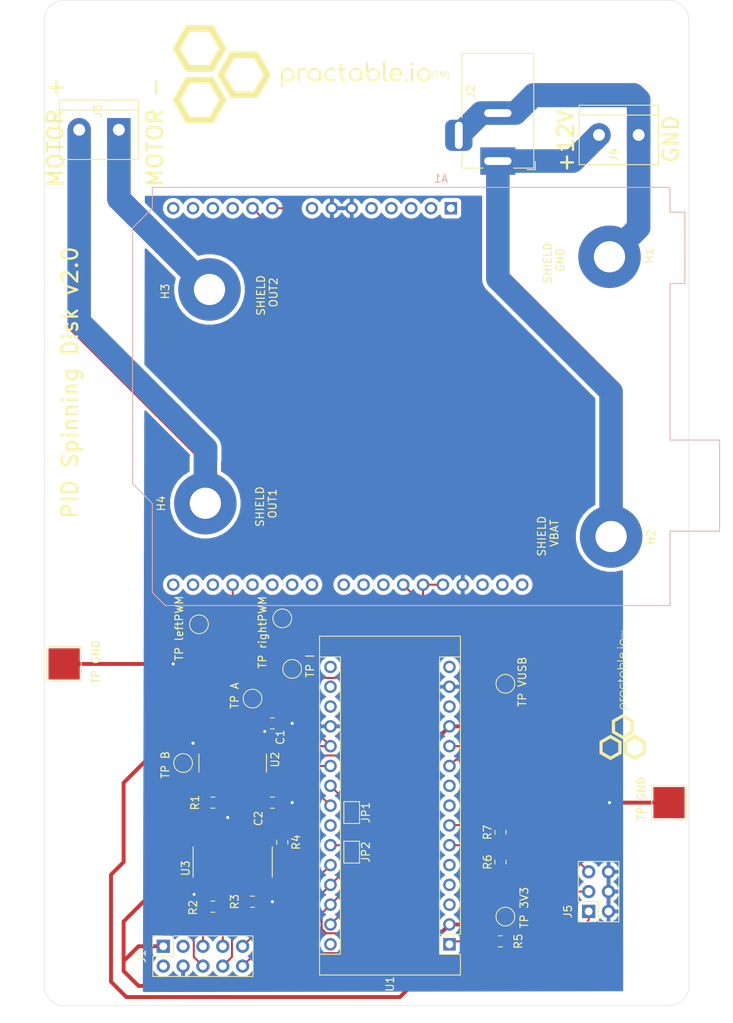
<source format=kicad_pcb>
(kicad_pcb (version 20171130) (host pcbnew "(5.1.12)-1")
  (layers (0 F.Cu signal) (31 B.Cu signal) (34 B.Paste user) (35 F.Paste user) (36 B.SilkS user) (37 F.SilkS user) (38 B.Mask user) (39 F.Mask user) (44 Edge.Cuts user))
  (net 0 "")
  (net 1 "Net-(A1-Pad1)")
  (net 2 "Net-(A1-Pad2)")
  (net 3 "Net-(A1-Pad3)")
  (net 4 "Net-(A1-Pad19)")
  (net 5 GND)
  (net 6 "Net-(A1-Pad5)")
  (net 7 "Net-(A1-Pad8)")
  (net 8 "Net-(A1-Pad32)")
  (net 9 "Net-(A1-Pad31)")
  (net 10 "Net-(A1-Pad17)")
  (net 11 leftPWM)
  (net 12 "Net-(A1-Pad4)")
  (net 13 "Net-(A1-Pad20)")
  (net 14 "Net-(A1-Pad21)")
  (net 15 "Net-(A1-Pad22)")
  (net 16 "Net-(A1-Pad23)")
  (net 17 "Net-(A1-Pad24)")
  (net 18 "Net-(A1-Pad25)")
  (net 19 rightPWM)
  (net 20 "Net-(A1-Pad11)")
  (net 21 ENABLE)
  (net 22 "Net-(A1-Pad12)")
  (net 23 "Net-(A1-Pad13)")
  (net 24 "Net-(A1-Pad14)")
  (net 25 "Net-(A1-Pad30)")
  (net 26 "Net-(A1-Pad15)")
  (net 27 "Net-(A1-Pad16)")
  (net 28 VUSB)
  (net 29 3V3)
  (net 30 "Net-(U1-Pad3)")
  (net 31 "Net-(U1-Pad4)")
  (net 32 "Net-(U1-Pad8)")
  (net 33 "Net-(U1-Pad9)")
  (net 34 "Net-(U1-Pad13)")
  (net 35 "Net-(U1-Pad15)")
  (net 36 "Net-(U1-Pad16)")
  (net 37 "Net-(U1-Pad17)")
  (net 38 ENCODER_A)
  (net 39 ENCODER_B)
  (net 40 "Net-(U1-Pad24)")
  (net 41 "Net-(U1-Pad30)")
  (net 42 ENCODER_NOT_A)
  (net 43 ENCODER_NOT_B)
  (net 44 ENCODER_NOT_INDEX)
  (net 45 ENCODER_INDEX)
  (net 46 "Net-(J5-Pad1)")
  (net 47 OE)
  (net 48 LED1)
  (net 49 LED2)
  (net 50 LED3)
  (net 51 PIN_A)
  (net 52 PIN_B)
  (net 53 PIN_INDEX)
  (net 54 "Net-(U2-Pad5)")
  (net 55 "Net-(U2-Pad10)")
  (net 56 B)
  (net 57 I)
  (net 58 A)
  (net 59 "Net-(U3-Pad13)")
  (net 60 "Net-(J1-Pad2)")
  (net 61 "Net-(J1-Pad3)")
  (net 62 "Net-(JP1-Pad1)")
  (net 63 "Net-(JP2-Pad1)")
  (net 64 CURRENT_1)
  (net 65 CURRENT_2)
  (net 66 "Net-(U1-Pad5)")
  (net 67 "Net-(H1-Pad1)")
  (net 68 "Net-(H2-Pad1)")
  (net 69 "Net-(H3-Pad1)")
  (net 70 "Net-(H4-Pad1)")
  (net 71 "Net-(J5-Pad3)")
  (net 72 "Net-(J5-Pad5)")
  (module practableLogo36x15:practableLogo36x15 (layer F.Cu) (at 139.446 37.6428)
    (fp_text reference G*** hide)
    (fp_text value LOGO hide)
  )
  (module practable-logo-larger:practable-logo-larger (layer F.Cu) (at 179.578 117.094 90)
    (fp_text reference G*** hide)
    (fp_text value LOGO hide)
  )
  (module MountingHole:MountingHole_3.2mm_M3 (layer F.Cu) (at 184.15 152.4)
    (fp_text reference REF** hide)
    (fp_text value MountingHole_3.2mm_M3)
    (pad 1 np_thru_hole circle (at 0 0) (size 3.2 3.2) (drill 3.2) (layers *.Cu *.Mask))
  )
  (module MountingHole:MountingHole_3.2mm_M3 (layer F.Cu) (at 109.22 153.035)
    (fp_text reference REF** hide)
    (fp_text value MountingHole_3.2mm_M3)
    (pad 1 np_thru_hole circle (at 0 0) (size 3.2 3.2) (drill 3.2) (layers *.Cu *.Mask))
  )
  (module MountingHole:MountingHole_3.2mm_M3 (layer F.Cu) (at 183.515 31.75)
    (fp_text reference REF** hide)
    (fp_text value MountingHole_3.2mm_M3)
    (pad 1 np_thru_hole circle (at 0 0) (size 3.2 3.2) (drill 3.2) (layers *.Cu *.Mask))
  )
  (module MountingHole:MountingHole_3.2mm_M3 (layer F.Cu) (at 109.855 31.75)
    (fp_text reference REF** hide)
    (fp_text value MountingHole_3.2mm_M3)
    (pad 1 np_thru_hole circle (at 0 0) (size 3.2 3.2) (drill 3.2) (layers *.Cu *.Mask))
  )
  (module Resistor_SMD:R_0805_2012Metric (layer F.Cu) (at 135.89 135.89 90)
    (fp_text reference R4 (at 0 1.778 90) (layer F.SilkS))
    (fp_text value 2k)
    (pad 1 smd roundrect (at -0.9375 0 90) (size 0.975 1.4) (layers F.Cu F.Paste F.Mask) (net 45 ENCODER_INDEX))
    (pad 2 smd roundrect (at 0.9375 0 90) (size 0.975 1.4) (layers F.Cu F.Paste F.Mask) (net 44 ENCODER_NOT_INDEX))
  )
  (module Module:Arduino_UNO_R3 (layer B.Cu) (at 157.48 54.61 180)
    (fp_text reference A1 (at 1.27 3.81) (layer B.SilkS) (effects (justify mirror)))
    (fp_text value Arduino_UNO_R3)
    (pad 32 thru_hole oval (at -9.14 -48.26 90) (size 1.6 1.6) (drill 1) (layers *.Cu *.Mask) (net 8 "Net-(A1-Pad32)"))
    (pad 31 thru_hole oval (at -6.6 -48.26 90) (size 1.6 1.6) (drill 1) (layers *.Cu *.Mask) (net 9 "Net-(A1-Pad31)"))
    (pad 1 thru_hole rect (at 0 0 90) (size 1.6 1.6) (drill 1) (layers *.Cu *.Mask) (net 1 "Net-(A1-Pad1)"))
    (pad 17 thru_hole oval (at 30.48 -48.26 90) (size 1.6 1.6) (drill 1) (layers *.Cu *.Mask) (net 10 "Net-(A1-Pad17)"))
    (pad 2 thru_hole oval (at 2.54 0 90) (size 1.6 1.6) (drill 1) (layers *.Cu *.Mask) (net 2 "Net-(A1-Pad2)"))
    (pad 18 thru_hole oval (at 27.94 -48.26 90) (size 1.6 1.6) (drill 1) (layers *.Cu *.Mask) (net 11 leftPWM))
    (pad 3 thru_hole oval (at 5.08 0 90) (size 1.6 1.6) (drill 1) (layers *.Cu *.Mask) (net 3 "Net-(A1-Pad3)"))
    (pad 19 thru_hole oval (at 25.4 -48.26 90) (size 1.6 1.6) (drill 1) (layers *.Cu *.Mask) (net 4 "Net-(A1-Pad19)"))
    (pad 4 thru_hole oval (at 7.62 0 90) (size 1.6 1.6) (drill 1) (layers *.Cu *.Mask) (net 12 "Net-(A1-Pad4)"))
    (pad 20 thru_hole oval (at 22.86 -48.26 90) (size 1.6 1.6) (drill 1) (layers *.Cu *.Mask) (net 13 "Net-(A1-Pad20)"))
    (pad 5 thru_hole oval (at 10.16 0 90) (size 1.6 1.6) (drill 1) (layers *.Cu *.Mask) (net 6 "Net-(A1-Pad5)"))
    (pad 21 thru_hole oval (at 20.32 -48.26 90) (size 1.6 1.6) (drill 1) (layers *.Cu *.Mask) (net 14 "Net-(A1-Pad21)"))
    (pad 6 thru_hole oval (at 12.7 0 90) (size 1.6 1.6) (drill 1) (layers *.Cu *.Mask) (net 5 GND))
    (pad 22 thru_hole oval (at 17.78 -48.26 90) (size 1.6 1.6) (drill 1) (layers *.Cu *.Mask) (net 15 "Net-(A1-Pad22)"))
    (pad 7 thru_hole oval (at 15.24 0 90) (size 1.6 1.6) (drill 1) (layers *.Cu *.Mask) (net 5 GND))
    (pad 23 thru_hole oval (at 13.72 -48.26 90) (size 1.6 1.6) (drill 1) (layers *.Cu *.Mask) (net 16 "Net-(A1-Pad23)"))
    (pad 8 thru_hole oval (at 17.78 0 90) (size 1.6 1.6) (drill 1) (layers *.Cu *.Mask) (net 7 "Net-(A1-Pad8)"))
    (pad 24 thru_hole oval (at 11.18 -48.26 90) (size 1.6 1.6) (drill 1) (layers *.Cu *.Mask) (net 17 "Net-(A1-Pad24)"))
    (pad 9 thru_hole oval (at 22.86 0 90) (size 1.6 1.6) (drill 1) (layers *.Cu *.Mask) (net 64 CURRENT_1))
    (pad 25 thru_hole oval (at 8.64 -48.26 90) (size 1.6 1.6) (drill 1) (layers *.Cu *.Mask) (net 18 "Net-(A1-Pad25)"))
    (pad 10 thru_hole oval (at 25.4 0 90) (size 1.6 1.6) (drill 1) (layers *.Cu *.Mask) (net 65 CURRENT_2))
    (pad 26 thru_hole oval (at 6.1 -48.26 90) (size 1.6 1.6) (drill 1) (layers *.Cu *.Mask) (net 19 rightPWM))
    (pad 11 thru_hole oval (at 27.94 0 90) (size 1.6 1.6) (drill 1) (layers *.Cu *.Mask) (net 20 "Net-(A1-Pad11)"))
    (pad 27 thru_hole oval (at 3.56 -48.26 90) (size 1.6 1.6) (drill 1) (layers *.Cu *.Mask) (net 21 ENABLE))
    (pad 12 thru_hole oval (at 30.48 0 90) (size 1.6 1.6) (drill 1) (layers *.Cu *.Mask) (net 22 "Net-(A1-Pad12)"))
    (pad 28 thru_hole oval (at 1.02 -48.26 90) (size 1.6 1.6) (drill 1) (layers *.Cu *.Mask) (net 21 ENABLE))
    (pad 13 thru_hole oval (at 33.02 0 90) (size 1.6 1.6) (drill 1) (layers *.Cu *.Mask) (net 23 "Net-(A1-Pad13)"))
    (pad 29 thru_hole oval (at -1.52 -48.26 90) (size 1.6 1.6) (drill 1) (layers *.Cu *.Mask) (net 5 GND))
    (pad 14 thru_hole oval (at 35.56 0 90) (size 1.6 1.6) (drill 1) (layers *.Cu *.Mask) (net 24 "Net-(A1-Pad14)"))
    (pad 30 thru_hole oval (at -4.06 -48.26 90) (size 1.6 1.6) (drill 1) (layers *.Cu *.Mask) (net 25 "Net-(A1-Pad30)"))
    (pad 15 thru_hole oval (at 35.56 -48.26 90) (size 1.6 1.6) (drill 1) (layers *.Cu *.Mask) (net 26 "Net-(A1-Pad15)"))
    (pad 16 thru_hole oval (at 33.02 -48.26 90) (size 1.6 1.6) (drill 1) (layers *.Cu *.Mask) (net 27 "Net-(A1-Pad16)"))
  )
  (module SOIC127P600X175-16N (layer F.Cu) (at 129.54 138.43 90)
    (fp_text reference U3 (at -0.795 -6.035 90) (layer F.SilkS))
    (fp_text value SN75175D)
    (pad 1 smd roundrect (at -2.475 -4.445 90) (size 1.97 0.6) (layers F.Cu F.Paste F.Mask) (roundrect_rratio 0.07000000000000001) (net 42 ENCODER_NOT_A))
    (pad 2 smd roundrect (at -2.475 -3.175 90) (size 1.97 0.6) (layers F.Cu F.Paste F.Mask) (roundrect_rratio 0.07000000000000001) (net 38 ENCODER_A))
    (pad 3 smd roundrect (at -2.475 -1.905 90) (size 1.97 0.6) (layers F.Cu F.Paste F.Mask) (roundrect_rratio 0.07000000000000001) (net 58 A))
    (pad 4 smd roundrect (at -2.475 -0.635 90) (size 1.97 0.6) (layers F.Cu F.Paste F.Mask) (roundrect_rratio 0.07000000000000001) (net 28 VUSB))
    (pad 5 smd roundrect (at -2.475 0.635 90) (size 1.97 0.6) (layers F.Cu F.Paste F.Mask) (roundrect_rratio 0.07000000000000001) (net 56 B))
    (pad 6 smd roundrect (at -2.475 1.905 90) (size 1.97 0.6) (layers F.Cu F.Paste F.Mask) (roundrect_rratio 0.07000000000000001) (net 39 ENCODER_B))
    (pad 7 smd roundrect (at -2.475 3.175 90) (size 1.97 0.6) (layers F.Cu F.Paste F.Mask) (roundrect_rratio 0.07000000000000001) (net 43 ENCODER_NOT_B))
    (pad 8 smd roundrect (at -2.475 4.445 90) (size 1.97 0.6) (layers F.Cu F.Paste F.Mask) (roundrect_rratio 0.07000000000000001) (net 5 GND))
    (pad 9 smd roundrect (at 2.475 4.445 90) (size 1.97 0.6) (layers F.Cu F.Paste F.Mask) (roundrect_rratio 0.07000000000000001) (net 44 ENCODER_NOT_INDEX))
    (pad 10 smd roundrect (at 2.475 3.175 90) (size 1.97 0.6) (layers F.Cu F.Paste F.Mask) (roundrect_rratio 0.07000000000000001) (net 45 ENCODER_INDEX))
    (pad 11 smd roundrect (at 2.475 1.905 90) (size 1.97 0.6) (layers F.Cu F.Paste F.Mask) (roundrect_rratio 0.07000000000000001) (net 57 I))
    (pad 12 smd roundrect (at 2.475 0.635 90) (size 1.97 0.6) (layers F.Cu F.Paste F.Mask) (roundrect_rratio 0.07000000000000001) (net 28 VUSB))
    (pad 13 smd roundrect (at 2.475 -0.635 90) (size 1.97 0.6) (layers F.Cu F.Paste F.Mask) (roundrect_rratio 0.07000000000000001) (net 59 "Net-(U3-Pad13)"))
    (pad 14 smd roundrect (at 2.475 -1.905 90) (size 1.97 0.6) (layers F.Cu F.Paste F.Mask) (roundrect_rratio 0.07000000000000001) (net 5 GND))
    (pad 15 smd roundrect (at 2.475 -3.175 90) (size 1.97 0.6) (layers F.Cu F.Paste F.Mask) (roundrect_rratio 0.07000000000000001) (net 28 VUSB))
    (pad 16 smd roundrect (at 2.475 -4.445 90) (size 1.97 0.6) (layers F.Cu F.Paste F.Mask) (roundrect_rratio 0.07000000000000001) (net 28 VUSB))
  )
  (module TerminalBlock:TerminalBlock_bornier-2_P5.08mm (layer F.Cu) (at 114.9604 44.5516 180)
    (fp_text reference J3 (at 2.6924 2.3876 90) (layer F.SilkS))
    (fp_text value Screw_Terminal_01x02)
    (pad 1 thru_hole rect (at 0 0 180) (size 3 3) (drill 1.52) (layers *.Cu *.Mask) (net 69 "Net-(H3-Pad1)"))
    (pad 2 thru_hole circle (at 5.08 0 180) (size 3 3) (drill 1.52) (layers *.Cu *.Mask) (net 70 "Net-(H4-Pad1)"))
  )
  (module TerminalBlock:TerminalBlock_bornier-2_P5.08mm (layer F.Cu) (at 181.5338 45.212 180)
    (fp_text reference J4 (at 3.2258 -2.54 90) (layer F.SilkS))
    (fp_text value Screw_Terminal_01x02)
    (pad 2 thru_hole circle (at 5.08 0 180) (size 3 3) (drill 1.52) (layers *.Cu *.Mask) (net 68 "Net-(H2-Pad1)"))
    (pad 1 thru_hole rect (at 0 0 180) (size 3 3) (drill 1.52) (layers *.Cu *.Mask) (net 67 "Net-(H1-Pad1)"))
  )
  (module SOIC127P600X175-14N (layer F.Cu) (at 129.54 125.73 270)
    (fp_text reference U2 (at -0.425 -5.435 90) (layer F.SilkS))
    (fp_text value TXS0104ED)
    (pad 1 smd roundrect (at -2.475 -3.81 270) (size 1.97 0.6) (layers F.Cu F.Paste F.Mask) (roundrect_rratio 0.15) (net 29 3V3))
    (pad 2 smd roundrect (at -2.475 -2.54 270) (size 1.97 0.6) (layers F.Cu F.Paste F.Mask) (roundrect_rratio 0.15) (net 51 PIN_A))
    (pad 3 smd roundrect (at -2.475 -1.27 270) (size 1.97 0.6) (layers F.Cu F.Paste F.Mask) (roundrect_rratio 0.15) (net 53 PIN_INDEX))
    (pad 4 smd roundrect (at -2.475 0 270) (size 1.97 0.6) (layers F.Cu F.Paste F.Mask) (roundrect_rratio 0.15) (net 52 PIN_B))
    (pad 5 smd roundrect (at -2.475 1.27 270) (size 1.97 0.6) (layers F.Cu F.Paste F.Mask) (roundrect_rratio 0.15) (net 54 "Net-(U2-Pad5)"))
    (pad 6 smd roundrect (at -2.475 2.54 270) (size 1.97 0.6) (layers F.Cu F.Paste F.Mask) (roundrect_rratio 0.15))
    (pad 7 smd roundrect (at -2.475 3.81 270) (size 1.97 0.6) (layers F.Cu F.Paste F.Mask) (roundrect_rratio 0.15) (net 5 GND))
    (pad 8 smd roundrect (at 2.475 3.81 270) (size 1.97 0.6) (layers F.Cu F.Paste F.Mask) (roundrect_rratio 0.15) (net 47 OE))
    (pad 9 smd roundrect (at 2.475 2.54 270) (size 1.97 0.6) (layers F.Cu F.Paste F.Mask) (roundrect_rratio 0.15))
    (pad 10 smd roundrect (at 2.475 1.27 270) (size 1.97 0.6) (layers F.Cu F.Paste F.Mask) (roundrect_rratio 0.15) (net 55 "Net-(U2-Pad10)"))
    (pad 11 smd roundrect (at 2.475 0 270) (size 1.97 0.6) (layers F.Cu F.Paste F.Mask) (roundrect_rratio 0.15) (net 56 B))
    (pad 12 smd roundrect (at 2.475 -1.27 270) (size 1.97 0.6) (layers F.Cu F.Paste F.Mask) (roundrect_rratio 0.15) (net 57 I))
    (pad 13 smd roundrect (at 2.475 -2.54 270) (size 1.97 0.6) (layers F.Cu F.Paste F.Mask) (roundrect_rratio 0.15) (net 58 A))
    (pad 14 smd roundrect (at 2.475 -3.81 270) (size 1.97 0.6) (layers F.Cu F.Paste F.Mask) (roundrect_rratio 0.15) (net 28 VUSB))
  )
  (module Connector_PinSocket_2.54mm:PinSocket_2x05_P2.54mm_Vertical (layer F.Cu) (at 120.65 149.225 90)
    (fp_text reference J1 (at -1.27 -2.77 90) (layer F.SilkS))
    (fp_text value Conn_02x05_Odd_Even)
    (pad 1 thru_hole rect (at 0 0 90) (size 1.7 1.7) (drill 1) (layers *.Cu *.Mask) (net 28 VUSB))
    (pad 2 thru_hole oval (at -2.54 0 90) (size 1.7 1.7) (drill 1) (layers *.Cu *.Mask) (net 60 "Net-(J1-Pad2)"))
    (pad 3 thru_hole oval (at 0 2.54 90) (size 1.7 1.7) (drill 1) (layers *.Cu *.Mask) (net 61 "Net-(J1-Pad3)"))
    (pad 4 thru_hole oval (at -2.54 2.54 90) (size 1.7 1.7) (drill 1) (layers *.Cu *.Mask) (net 5 GND))
    (pad 5 thru_hole oval (at 0 5.08 90) (size 1.7 1.7) (drill 1) (layers *.Cu *.Mask) (net 38 ENCODER_A))
    (pad 6 thru_hole oval (at -2.54 5.08 90) (size 1.7 1.7) (drill 1) (layers *.Cu *.Mask) (net 42 ENCODER_NOT_A))
    (pad 7 thru_hole oval (at 0 7.62 90) (size 1.7 1.7) (drill 1) (layers *.Cu *.Mask) (net 39 ENCODER_B))
    (pad 8 thru_hole oval (at -2.54 7.62 90) (size 1.7 1.7) (drill 1) (layers *.Cu *.Mask) (net 43 ENCODER_NOT_B))
    (pad 9 thru_hole oval (at 0 10.16 90) (size 1.7 1.7) (drill 1) (layers *.Cu *.Mask) (net 45 ENCODER_INDEX))
    (pad 10 thru_hole oval (at -2.54 10.16 90) (size 1.7 1.7) (drill 1) (layers *.Cu *.Mask) (net 44 ENCODER_NOT_INDEX))
  )
  (module Jumper:SolderJumper-2_P1.3mm_Open_Pad1.0x1.5mm (layer F.Cu) (at 144.78 132.08 270)
    (fp_text reference JP1 (at 0 -1.8 90) (layer F.SilkS))
    (fp_text value SolderJumper_2_Open)
    (pad 1 smd rect (at -0.65 0 270) (size 1 1.5) (layers F.Cu F.Mask) (net 62 "Net-(JP1-Pad1)"))
    (pad 2 smd rect (at 0.65 0 270) (size 1 1.5) (layers F.Cu F.Mask) (net 11 leftPWM))
  )
  (module Jumper:SolderJumper-2_P1.3mm_Open_Pad1.0x1.5mm (layer F.Cu) (at 144.78 137.16 270)
    (fp_text reference JP2 (at 0 -1.8 90) (layer F.SilkS))
    (fp_text value SolderJumper_2_Open)
    (pad 2 smd rect (at 0.65 0 270) (size 1 1.5) (layers F.Cu F.Mask) (net 19 rightPWM))
    (pad 1 smd rect (at -0.65 0 270) (size 1 1.5) (layers F.Cu F.Mask) (net 63 "Net-(JP2-Pad1)"))
  )
  (module TestPoint:TestPoint_Pad_D2.0mm (layer F.Cu) (at 132.08 117.475)
    (fp_text reference "TP A" (at -2.286 -0.381 90) (layer F.SilkS))
    (fp_text value TestPoint)
    (pad 1 smd circle (at 0 0) (size 2 2) (layers F.Cu F.Mask) (net 51 PIN_A))
  )
  (module TestPoint:TestPoint_Pad_D2.0mm (layer F.Cu) (at 123.19 125.73)
    (fp_text reference "TP B" (at -2.286 0.254 90) (layer F.SilkS))
    (fp_text value TestPoint)
    (pad 1 smd circle (at 0 0) (size 2 2) (layers F.Cu F.Mask) (net 52 PIN_B))
  )
  (module TestPoint:TestPoint_Pad_D2.0mm (layer F.Cu) (at 137.16 113.665)
    (fp_text reference "TP I" (at 2.286 -0.381 90) (layer F.SilkS))
    (fp_text value TestPoint)
    (pad 1 smd circle (at 0 0) (size 2 2) (layers F.Cu F.Mask) (net 53 PIN_INDEX))
  )
  (module TestPoint:TestPoint_Pad_D2.0mm (layer F.Cu) (at 125.222 107.95)
    (fp_text reference "TP leftPWM" (at -2.54 0.508 90) (layer F.SilkS))
    (fp_text value TestPoint)
    (pad 1 smd circle (at 0 0) (size 2 2) (layers F.Cu F.Mask) (net 11 leftPWM))
  )
  (module TestPoint:TestPoint_Pad_D2.0mm (layer F.Cu) (at 135.89 107.188)
    (fp_text reference "TP rightPWM" (at -2.54 1.778 90) (layer F.SilkS))
    (fp_text value TestPoint)
    (pad 1 smd circle (at 0 0) (size 2 2) (layers F.Cu F.Mask) (net 19 rightPWM))
  )
  (module TestPoint:TestPoint_Pad_4.0x4.0mm (layer F.Cu) (at 107.95 113.03)
    (fp_text reference "TP GND" (at 4.064 -0.254 270) (layer F.SilkS))
    (fp_text value TestPoint)
    (pad 1 smd rect (at 0 0) (size 4 4) (layers F.Cu F.Mask) (net 5 GND))
  )
  (module TestPoint:TestPoint_Pad_4.0x4.0mm (layer F.Cu) (at 185.42 130.81)
    (fp_text reference "TP GND" (at -3.556 -0.508 90) (layer F.SilkS))
    (fp_text value TestPoint)
    (pad 1 smd rect (at 0 0) (size 4 4) (layers F.Cu F.Mask) (net 5 GND))
  )
  (module TestPoint:TestPoint_Pad_D2.0mm (layer F.Cu) (at 164.465 115.57)
    (fp_text reference "TP VUSB" (at 2.159 -0.254 90) (layer F.SilkS))
    (fp_text value TestPoint)
    (pad 1 smd circle (at 0 0) (size 2 2) (layers F.Cu F.Mask) (net 28 VUSB))
  )
  (module TestPoint:TestPoint_Pad_D2.0mm (layer F.Cu) (at 164.465 145.415)
    (fp_text reference "TP 3V3" (at 2.413 -1.143 90) (layer F.SilkS))
    (fp_text value TestPoint)
    (pad 1 smd circle (at 0 0) (size 2 2) (layers F.Cu F.Mask) (net 29 3V3))
  )
  (module Capacitor_SMD:C_0805_2012Metric (layer F.Cu) (at 134.62 120.65 180)
    (fp_text reference C1 (at -1.016 -1.778 90) (layer F.SilkS))
    (fp_text value 0.1uF)
    (pad 2 smd roundrect (at 0.9375 0 180) (size 0.975 1.4) (layers F.Cu F.Paste F.Mask) (net 29 3V3))
    (pad 1 smd roundrect (at -0.9375 0 180) (size 0.975 1.4) (layers F.Cu F.Paste F.Mask) (net 5 GND))
  )
  (module Capacitor_SMD:C_0805_2012Metric (layer F.Cu) (at 134.62 130.81 180)
    (fp_text reference C2 (at 1.778 -2.032 90) (layer F.SilkS))
    (fp_text value 0.1uF)
    (pad 1 smd roundrect (at -0.9375 0 180) (size 0.975 1.4) (layers F.Cu F.Paste F.Mask) (net 5 GND))
    (pad 2 smd roundrect (at 0.9375 0 180) (size 0.975 1.4) (layers F.Cu F.Paste F.Mask) (net 28 VUSB))
  )
  (module Resistor_SMD:R_0805_2012Metric (layer F.Cu) (at 127 130.81)
    (fp_text reference R1 (at -2.286 0 90) (layer F.SilkS))
    (fp_text value 5k)
    (pad 1 smd roundrect (at -0.9375 0) (size 0.975 1.4) (layers F.Cu F.Paste F.Mask) (net 47 OE))
    (pad 2 smd roundrect (at 0.9375 0) (size 0.975 1.4) (layers F.Cu F.Paste F.Mask) (net 5 GND))
  )
  (module Resistor_SMD:R_0805_2012Metric (layer F.Cu) (at 127 144.145 180)
    (fp_text reference R2 (at 2.54 -0.127 270) (layer F.SilkS))
    (fp_text value 2k)
    (pad 1 smd roundrect (at -0.9375 0 180) (size 0.975 1.4) (layers F.Cu F.Paste F.Mask) (net 38 ENCODER_A))
    (pad 2 smd roundrect (at 0.9375 0 180) (size 0.975 1.4) (layers F.Cu F.Paste F.Mask) (net 42 ENCODER_NOT_A))
  )
  (module Resistor_SMD:R_0805_2012Metric (layer F.Cu) (at 132.08 143.51)
    (fp_text reference R3 (at -2.286 0 90) (layer F.SilkS))
    (fp_text value 2k)
    (pad 2 smd roundrect (at 0.9375 0) (size 0.975 1.4) (layers F.Cu F.Paste F.Mask) (net 43 ENCODER_NOT_B))
    (pad 1 smd roundrect (at -0.9375 0) (size 0.975 1.4) (layers F.Cu F.Paste F.Mask) (net 39 ENCODER_B))
  )
  (module Resistor_SMD:R_0805_2012Metric (layer F.Cu) (at 163.83 148.59 180)
    (fp_text reference R5 (at -2.286 0 90) (layer F.SilkS))
    (fp_text value 200)
    (pad 2 smd roundrect (at 0.9375 0 180) (size 0.975 1.4) (layers F.Cu F.Paste F.Mask) (net 48 LED1))
    (pad 1 smd roundrect (at -0.9375 0 180) (size 0.975 1.4) (layers F.Cu F.Paste F.Mask) (net 46 "Net-(J5-Pad1)"))
  )
  (module Resistor_SMD:R_0805_2012Metric (layer F.Cu) (at 163.83 138.43 90)
    (fp_text reference R6 (at 0 -1.65 90) (layer F.SilkS))
    (fp_text value 200)
    (pad 1 smd roundrect (at -0.9375 0 90) (size 0.975 1.4) (layers F.Cu F.Paste F.Mask) (net 71 "Net-(J5-Pad3)"))
    (pad 2 smd roundrect (at 0.9375 0 90) (size 0.975 1.4) (layers F.Cu F.Paste F.Mask) (net 49 LED2))
  )
  (module Resistor_SMD:R_0805_2012Metric (layer F.Cu) (at 163.83 134.62 90)
    (fp_text reference R7 (at 0 -1.65 90) (layer F.SilkS))
    (fp_text value 200)
    (pad 2 smd roundrect (at 0.9375 0 90) (size 0.975 1.4) (layers F.Cu F.Paste F.Mask) (net 50 LED3))
    (pad 1 smd roundrect (at -0.9375 0 90) (size 0.975 1.4) (layers F.Cu F.Paste F.Mask) (net 72 "Net-(J5-Pad5)"))
  )
  (module Module:Arduino_Nano (layer F.Cu) (at 157.3022 148.971 180)
    (fp_text reference U1 (at 7.62 -5.08 90) (layer F.SilkS))
    (fp_text value Arduino_Nano_33_IoT)
    (pad 1 thru_hole rect (at 0 0 180) (size 1.6 1.6) (drill 1) (layers *.Cu *.Mask) (net 48 LED1))
    (pad 17 thru_hole oval (at 15.24 33.02 180) (size 1.6 1.6) (drill 1) (layers *.Cu *.Mask) (net 37 "Net-(U1-Pad17)"))
    (pad 2 thru_hole oval (at 0 2.54 180) (size 1.6 1.6) (drill 1) (layers *.Cu *.Mask) (net 29 3V3))
    (pad 18 thru_hole oval (at 15.24 30.48 180) (size 1.6 1.6) (drill 1) (layers *.Cu *.Mask) (net 34 "Net-(U1-Pad13)"))
    (pad 3 thru_hole oval (at 0 5.08 180) (size 1.6 1.6) (drill 1) (layers *.Cu *.Mask) (net 30 "Net-(U1-Pad3)"))
    (pad 19 thru_hole oval (at 15.24 27.94 180) (size 1.6 1.6) (drill 1) (layers *.Cu *.Mask) (net 5 GND))
    (pad 4 thru_hole oval (at 0 7.62 180) (size 1.6 1.6) (drill 1) (layers *.Cu *.Mask) (net 31 "Net-(U1-Pad4)"))
    (pad 20 thru_hole oval (at 15.24 25.4 180) (size 1.6 1.6) (drill 1) (layers *.Cu *.Mask) (net 51 PIN_A))
    (pad 5 thru_hole oval (at 0 10.16 180) (size 1.6 1.6) (drill 1) (layers *.Cu *.Mask) (net 66 "Net-(U1-Pad5)"))
    (pad 21 thru_hole oval (at 15.24 22.86 180) (size 1.6 1.6) (drill 1) (layers *.Cu *.Mask) (net 52 PIN_B))
    (pad 6 thru_hole oval (at 0 12.7 180) (size 1.6 1.6) (drill 1) (layers *.Cu *.Mask) (net 49 LED2))
    (pad 22 thru_hole oval (at 15.24 20.32 180) (size 1.6 1.6) (drill 1) (layers *.Cu *.Mask) (net 62 "Net-(JP1-Pad1)"))
    (pad 7 thru_hole oval (at 0 15.24 180) (size 1.6 1.6) (drill 1) (layers *.Cu *.Mask) (net 50 LED3))
    (pad 23 thru_hole oval (at 15.24 17.78 180) (size 1.6 1.6) (drill 1) (layers *.Cu *.Mask) (net 47 OE))
    (pad 8 thru_hole oval (at 0 17.78 180) (size 1.6 1.6) (drill 1) (layers *.Cu *.Mask) (net 32 "Net-(U1-Pad8)"))
    (pad 24 thru_hole oval (at 15.24 15.24 180) (size 1.6 1.6) (drill 1) (layers *.Cu *.Mask) (net 40 "Net-(U1-Pad24)"))
    (pad 9 thru_hole oval (at 0 20.32 180) (size 1.6 1.6) (drill 1) (layers *.Cu *.Mask) (net 33 "Net-(U1-Pad9)"))
    (pad 25 thru_hole oval (at 15.24 12.7 180) (size 1.6 1.6) (drill 1) (layers *.Cu *.Mask) (net 63 "Net-(JP2-Pad1)"))
    (pad 10 thru_hole oval (at 0 22.86 180) (size 1.6 1.6) (drill 1) (layers *.Cu *.Mask) (net 64 CURRENT_1))
    (pad 26 thru_hole oval (at 15.24 10.16 180) (size 1.6 1.6) (drill 1) (layers *.Cu *.Mask) (net 21 ENABLE))
    (pad 11 thru_hole oval (at 0 25.4 180) (size 1.6 1.6) (drill 1) (layers *.Cu *.Mask) (net 65 CURRENT_2))
    (pad 27 thru_hole oval (at 15.24 7.62 180) (size 1.6 1.6) (drill 1) (layers *.Cu *.Mask) (net 19 rightPWM))
    (pad 12 thru_hole oval (at 0 27.94 180) (size 1.6 1.6) (drill 1) (layers *.Cu *.Mask) (net 28 VUSB))
    (pad 28 thru_hole oval (at 15.24 5.08 180) (size 1.6 1.6) (drill 1) (layers *.Cu *.Mask) (net 11 leftPWM))
    (pad 13 thru_hole oval (at 0 30.48 180) (size 1.6 1.6) (drill 1) (layers *.Cu *.Mask) (net 34 "Net-(U1-Pad13)"))
    (pad 29 thru_hole oval (at 15.24 2.54 180) (size 1.6 1.6) (drill 1) (layers *.Cu *.Mask) (net 53 PIN_INDEX))
    (pad 14 thru_hole oval (at 0 33.02 180) (size 1.6 1.6) (drill 1) (layers *.Cu *.Mask) (net 5 GND))
    (pad 30 thru_hole oval (at 15.24 0 180) (size 1.6 1.6) (drill 1) (layers *.Cu *.Mask) (net 41 "Net-(U1-Pad30)"))
    (pad 15 thru_hole oval (at 0 35.56 180) (size 1.6 1.6) (drill 1) (layers *.Cu *.Mask) (net 35 "Net-(U1-Pad15)"))
    (pad 16 thru_hole oval (at 15.24 35.56 180) (size 1.6 1.6) (drill 1) (layers *.Cu *.Mask) (net 36 "Net-(U1-Pad16)"))
  )
  (module MountingHole:MountingHole_4mm_Pad (layer F.Cu) (at 177.8 60.833)
    (fp_text reference H1 (at 5.08 -0.127 90) (layer F.SilkS))
    (fp_text value MountingHole_Pad)
    (pad 1 thru_hole circle (at 0 0) (size 8 8) (drill 4) (layers *.Cu *.Mask) (net 67 "Net-(H1-Pad1)"))
  )
  (module MountingHole:MountingHole_4mm_Pad (layer F.Cu) (at 178.0032 96.6978)
    (fp_text reference H2 (at 5.1308 0.0762 90) (layer F.SilkS))
    (fp_text value MountingHole_Pad)
    (pad 1 thru_hole circle (at 0 0) (size 8 8) (drill 4) (layers *.Cu *.Mask) (net 68 "Net-(H2-Pad1)"))
  )
  (module MountingHole:MountingHole_4mm_Pad (layer F.Cu) (at 126.5682 65.024)
    (fp_text reference H3 (at -5.6642 0.254 90) (layer F.SilkS))
    (fp_text value MountingHole_Pad)
    (pad 1 thru_hole circle (at 0 0) (size 8 8) (drill 4) (layers *.Cu *.Mask) (net 69 "Net-(H3-Pad1)"))
  )
  (module MountingHole:MountingHole_4mm_Pad (layer F.Cu) (at 126.0348 92.4306)
    (fp_text reference H4 (at -5.6388 0.0254 90) (layer F.SilkS))
    (fp_text value MountingHole_Pad)
    (pad 1 thru_hole circle (at 0 0) (size 8 8) (drill 4) (layers *.Cu *.Mask) (net 70 "Net-(H4-Pad1)"))
  )
  (module Connector_PinSocket_2.54mm:PinSocket_2x03_P2.54mm_Vertical (layer F.Cu) (at 175.133 144.7546 180)
    (fp_text reference J5 (at 2.667 -0.0254 90) (layer F.SilkS))
    (fp_text value Conn_02x03_Odd_Even)
    (pad 1 thru_hole rect (at 0 0 180) (size 1.7 1.7) (drill 1) (layers *.Cu *.Mask) (net 46 "Net-(J5-Pad1)"))
    (pad 2 thru_hole oval (at -2.54 0 180) (size 1.7 1.7) (drill 1) (layers *.Cu *.Mask) (net 5 GND))
    (pad 3 thru_hole oval (at 0 2.54 180) (size 1.7 1.7) (drill 1) (layers *.Cu *.Mask) (net 71 "Net-(J5-Pad3)"))
    (pad 4 thru_hole oval (at -2.54 2.54 180) (size 1.7 1.7) (drill 1) (layers *.Cu *.Mask) (net 5 GND))
    (pad 5 thru_hole oval (at 0 5.08 180) (size 1.7 1.7) (drill 1) (layers *.Cu *.Mask) (net 72 "Net-(J5-Pad5)"))
    (pad 6 thru_hole oval (at -2.54 5.08 180) (size 1.7 1.7) (drill 1) (layers *.Cu *.Mask) (net 5 GND))
  )
  (module BarrelJack_Horizontal_DC10B:BarrelJack_Horizontal_DC10B (layer F.Cu) (at 163.4998 48.5648 270)
    (fp_text reference J2 (at -8.9408 3.4798 90) (layer F.SilkS))
    (fp_text value Barrel_Jack_Switch)
    (pad 1 thru_hole rect (at 0 0 270) (size 3.5 4.5) (drill oval 1 3.5) (layers *.Cu *.Mask) (net 68 "Net-(H2-Pad1)"))
    (pad 3 thru_hole roundrect (at -6.15 0 270) (size 3 4.5) (drill oval 1 3.5) (layers *.Cu *.Mask) (net 67 "Net-(H1-Pad1)"))
    (pad 2 thru_hole roundrect (at -3.3 5 270) (size 4 3.5) (drill oval 3.5 1) (layers *.Cu *.Mask) (net 67 "Net-(H1-Pad1)"))
  )
  (gr_text "MOTOR -" (at 119.5832 44.8564 90) (layer F.SilkS) (effects (font (size 2 2) (thickness 0.3))))
  (gr_text GND (at 185.674 45.72 90) (layer F.SilkS) (effects (font (size 2 2) (thickness 0.3))))
  (gr_text "PID Spinning Disk v2.0" (at 108.712 76.962 90) (layer F.SilkS) (effects (font (size 2 2) (thickness 0.3))))
  (gr_text "+12V " (at 172.212 45.212 90) (layer F.SilkS) (effects (font (size 2 2) (thickness 0.3))))
  (gr_text "MOTOR +" (at 106.8324 44.9072 90) (layer F.SilkS) (effects (font (size 2 2) (thickness 0.3))))
  (gr_text "SHIELD \nVBAT" (at 169.926 96.266 90) (layer F.SilkS) (effects (font (size 1 1))))
  (gr_text "SHIELD \nGND" (at 170.688 61.2648 90) (layer F.SilkS) (effects (font (size 1 1))))
  (gr_text "SHIELD \nOUT1" (at 133.8326 92.4814 90) (layer F.SilkS) (effects (font (size 1 1))))
  (gr_text "SHIELD \nOUT2" (at 133.9596 65.405 90) (layer F.SilkS) (effects (font (size 1 1))))
  (gr_line (start 187.96 154.305) (end 187.96 30.48) (layer Edge.Cuts) (width 0.05))
  (gr_arc (start 107.95 154.305) (end 105.41 154.305) (angle -90) (layer Edge.Cuts) (width 0.05))
  (gr_arc (start 185.42 154.305) (end 185.42 156.845) (angle -90) (layer Edge.Cuts) (width 0.05))
  (gr_arc (start 185.42 30.48) (end 187.96 30.48) (angle -90) (layer Edge.Cuts) (width 0.05))
  (gr_arc (start 107.95 30.48) (end 107.95 27.94) (angle -90) (layer Edge.Cuts) (width 0.05))
  (gr_line (start 107.95 156.845) (end 185.42 156.845) (layer Edge.Cuts) (width 0.05))
  (gr_line (start 105.41 30.48) (end 105.41 154.305) (layer Edge.Cuts) (width 0.05))
  (gr_line (start 185.42 27.94) (end 107.95 27.94) (layer Edge.Cuts) (width 0.05))
  (via (at 137.16 120.65) (size 0.8) (drill 0.4) (layers F.Cu B.Cu) (net 5))
  (via (at 124.46 123.19) (size 0.8) (drill 0.4) (layers F.Cu B.Cu) (net 5))
  (via (at 137.16 130.81) (size 0.8) (drill 0.4) (layers F.Cu B.Cu) (net 5))
  (segment (start 124.525 123.255) (end 124.46 123.19) (width 0.5) (layer F.Cu) (net 5))
  (segment (start 125.73 123.255) (end 124.525 123.255) (width 0.5) (layer F.Cu) (net 5))
  (via (at 134.62 143.51) (size 0.8) (drill 0.4) (layers F.Cu B.Cu) (net 5))
  (segment (start 135.5575 120.65) (end 137.16 120.65) (width 0.5) (layer F.Cu) (net 5))
  (segment (start 127.9375 130.81) (end 127.9375 131.1125) (width 0.5) (layer F.Cu) (net 5))
  (via (at 128.905 132.715) (size 0.8) (drill 0.4) (layers F.Cu B.Cu) (net 5))
  (segment (start 127.9375 131.7475) (end 128.905 132.715) (width 0.5) (layer F.Cu) (net 5))
  (segment (start 127.9375 130.81) (end 127.9375 131.7475) (width 0.5) (layer F.Cu) (net 5))
  (segment (start 127.635 133.985) (end 127.635 135.955) (width 0.5) (layer F.Cu) (net 5))
  (segment (start 128.905 132.715) (end 127.635 133.985) (width 0.5) (layer F.Cu) (net 5))
  (segment (start 135.5575 130.81) (end 137.16 130.81) (width 0.5) (layer F.Cu) (net 5))
  (segment (start 133.985 140.905) (end 134.62 141.54) (width 0.5) (layer F.Cu) (net 5))
  (segment (start 134.62 141.54) (end 134.62 143.51) (width 0.5) (layer F.Cu) (net 5))
  (via (at 121.92 113.03) (size 0.8) (drill 0.4) (layers F.Cu B.Cu) (net 5))
  (via (at 177.8 130.81) (size 0.8) (drill 0.4) (layers F.Cu B.Cu) (net 5))
  (segment (start 185.42 130.81) (end 177.8 130.81) (width 0.5) (layer F.Cu) (net 5))
  (segment (start 107.95 113.03) (end 121.92 113.03) (width 0.5) (layer F.Cu) (net 5))
  (segment (start 144.78 133.48) (end 147.3454 136.0454) (width 0.25) (layer F.Cu) (net 11))
  (segment (start 144.78 132.73) (end 144.78 133.48) (width 0.25) (layer F.Cu) (net 11))
  (segment (start 147.3454 138.6078) (end 142.0622 143.891) (width 0.25) (layer F.Cu) (net 11))
  (segment (start 147.3454 136.0454) (end 147.3454 138.6078) (width 0.25) (layer F.Cu) (net 11))
  (segment (start 141.522199 147.556001) (end 144.213799 147.556001) (width 0.25) (layer F.Cu) (net 11))
  (segment (start 140.937199 146.971001) (end 141.522199 147.556001) (width 0.25) (layer F.Cu) (net 11))
  (segment (start 140.937199 145.016001) (end 140.937199 146.971001) (width 0.25) (layer F.Cu) (net 11))
  (segment (start 142.0622 143.891) (end 140.937199 145.016001) (width 0.25) (layer F.Cu) (net 11))
  (segment (start 144.213799 147.556001) (end 150.5966 141.1732) (width 0.25) (layer F.Cu) (net 11))
  (segment (start 150.5966 141.1732) (end 150.5966 119.3038) (width 0.25) (layer F.Cu) (net 11))
  (segment (start 140.8684 109.5756) (end 133.7056 109.5756) (width 0.25) (layer F.Cu) (net 11))
  (segment (start 150.5966 119.3038) (end 140.8684 109.5756) (width 0.25) (layer F.Cu) (net 11))
  (segment (start 129.54 105.41) (end 129.54 102.87) (width 0.25) (layer F.Cu) (net 11))
  (segment (start 126.221999 106.950001) (end 131.047999 106.950001) (width 0.25) (layer F.Cu) (net 11))
  (segment (start 131.047999 106.950001) (end 131.064 106.934) (width 0.25) (layer F.Cu) (net 11))
  (segment (start 131.064 106.934) (end 129.54 105.41) (width 0.25) (layer F.Cu) (net 11))
  (segment (start 125.222 107.95) (end 126.221999 106.950001) (width 0.25) (layer F.Cu) (net 11))
  (segment (start 133.7056 109.5756) (end 131.064 106.934) (width 0.25) (layer F.Cu) (net 11))
  (segment (start 152.4 103.89) (end 151.38 102.87) (width 0.25) (layer F.Cu) (net 19))
  (segment (start 140.769999 150.105001) (end 145.804999 150.105001) (width 0.25) (layer F.Cu) (net 19))
  (segment (start 140.254989 149.589991) (end 140.769999 150.105001) (width 0.25) (layer F.Cu) (net 19))
  (segment (start 145.804999 150.105001) (end 152.4 143.51) (width 0.25) (layer F.Cu) (net 19))
  (segment (start 152.4 143.51) (end 152.4 109.22) (width 0.25) (layer F.Cu) (net 19))
  (segment (start 144.78 138.6332) (end 142.0622 141.351) (width 0.25) (layer F.Cu) (net 19))
  (segment (start 144.78 137.81) (end 144.78 138.6332) (width 0.25) (layer F.Cu) (net 19))
  (segment (start 140.254989 143.158211) (end 142.0622 141.351) (width 0.25) (layer F.Cu) (net 19))
  (segment (start 140.254989 143.285211) (end 140.254989 143.158211) (width 0.25) (layer F.Cu) (net 19))
  (segment (start 140.254989 143.285211) (end 140.254989 149.589991) (width 0.25) (layer F.Cu) (net 19))
  (segment (start 151.621999 106.188001) (end 152.4 105.41) (width 0.25) (layer F.Cu) (net 19))
  (segment (start 135.89 107.188) (end 136.889999 106.188001) (width 0.25) (layer F.Cu) (net 19))
  (segment (start 152.4 105.41) (end 152.4 103.89) (width 0.25) (layer F.Cu) (net 19))
  (segment (start 136.889999 106.188001) (end 151.621999 106.188001) (width 0.25) (layer F.Cu) (net 19))
  (segment (start 152.4 109.22) (end 152.4 105.41) (width 0.25) (layer F.Cu) (net 19))
  (segment (start 153.92 102.87) (end 156.46 102.87) (width 0.25) (layer F.Cu) (net 21))
  (segment (start 142.0622 138.811) (end 139.3952 141.478) (width 0.25) (layer F.Cu) (net 21))
  (segment (start 139.3952 141.478) (end 139.3952 150.1902) (width 0.25) (layer F.Cu) (net 21))
  (segment (start 139.3952 150.1902) (end 140.6144 151.4094) (width 0.25) (layer F.Cu) (net 21))
  (segment (start 153.92 104.00137) (end 153.92 102.87) (width 0.25) (layer F.Cu) (net 21))
  (segment (start 153.92 143.6156) (end 153.92 104.00137) (width 0.25) (layer F.Cu) (net 21))
  (segment (start 146.1262 151.4094) (end 153.92 143.6156) (width 0.25) (layer F.Cu) (net 21))
  (segment (start 140.6144 151.4094) (end 146.1262 151.4094) (width 0.25) (layer F.Cu) (net 21))
  (segment (start 128.905 139.92) (end 128.905 140.905) (width 0.5) (layer F.Cu) (net 28))
  (segment (start 125.673192 138.43) (end 127.415 138.43) (width 0.5) (layer F.Cu) (net 28))
  (segment (start 125.673192 136.533192) (end 125.095 135.955) (width 0.5) (layer F.Cu) (net 28))
  (segment (start 125.673192 137.103192) (end 125.673192 136.646808) (width 0.5) (layer F.Cu) (net 28))
  (segment (start 125.673192 136.646808) (end 126.365 135.955) (width 0.5) (layer F.Cu) (net 28))
  (segment (start 125.673192 138.43) (end 125.673192 137.103192) (width 0.5) (layer F.Cu) (net 28))
  (segment (start 125.673192 137.103192) (end 125.673192 136.533192) (width 0.5) (layer F.Cu) (net 28))
  (segment (start 130.175 136.94) (end 130.175 135.955) (width 0.5) (layer F.Cu) (net 28))
  (segment (start 129.30999 137.39001) (end 129.72499 137.39001) (width 0.5) (layer F.Cu) (net 28))
  (segment (start 129.72499 137.39001) (end 130.175 136.94) (width 0.5) (layer F.Cu) (net 28))
  (segment (start 127.415 138.43) (end 127.8425 138.8575) (width 0.5) (layer F.Cu) (net 28))
  (segment (start 127.8425 138.8575) (end 129.30999 137.39001) (width 0.5) (layer F.Cu) (net 28))
  (segment (start 127.8425 138.8575) (end 128.905 139.92) (width 0.5) (layer F.Cu) (net 28))
  (segment (start 133.8325 130.81) (end 133.8325 131.285) (width 0.5) (layer F.Cu) (net 28))
  (segment (start 133.6825 131.7775) (end 133.6825 130.81) (width 0.5) (layer F.Cu) (net 28))
  (segment (start 137.795 133.35) (end 135.255 133.35) (width 0.5) (layer F.Cu) (net 28))
  (segment (start 138.43 133.985) (end 137.795 133.35) (width 0.5) (layer F.Cu) (net 28))
  (segment (start 135.255 133.35) (end 133.6825 131.7775) (width 0.5) (layer F.Cu) (net 28))
  (segment (start 133.35 130.4775) (end 133.6825 130.81) (width 0.5) (layer F.Cu) (net 28))
  (segment (start 133.35 128.205) (end 133.35 130.4775) (width 0.5) (layer F.Cu) (net 28))
  (segment (start 139.7 153.67) (end 139.065 153.67) (width 0.5) (layer F.Cu) (net 28))
  (segment (start 139.065 153.67) (end 138.43 154.305) (width 0.5) (layer F.Cu) (net 28))
  (segment (start 138.43 154.305) (end 117.475 154.305) (width 0.5) (layer F.Cu) (net 28))
  (segment (start 117.475 154.305) (end 115.57 152.4) (width 0.5) (layer F.Cu) (net 28))
  (segment (start 140.97 153.67) (end 138.43 151.13) (width 0.5) (layer F.Cu) (net 28))
  (segment (start 138.43 151.13) (end 138.43 133.985) (width 0.5) (layer F.Cu) (net 28))
  (segment (start 140.97 153.67) (end 139.7 153.67) (width 0.5) (layer F.Cu) (net 28))
  (segment (start 115.57 146.05) (end 123.19 138.43) (width 0.5) (layer F.Cu) (net 28))
  (segment (start 123.19 138.43) (end 125.673192 138.43) (width 0.5) (layer F.Cu) (net 28))
  (segment (start 117.475 149.225) (end 120.65 149.225) (width 0.5) (layer F.Cu) (net 28))
  (segment (start 115.57 151.13) (end 117.475 149.225) (width 0.5) (layer F.Cu) (net 28))
  (segment (start 115.57 152.4) (end 115.57 151.13) (width 0.5) (layer F.Cu) (net 28))
  (segment (start 115.57 151.13) (end 115.57 146.05) (width 0.5) (layer F.Cu) (net 28))
  (segment (start 147.32 153.67) (end 140.97 153.67) (width 0.5) (layer F.Cu) (net 28))
  (segment (start 154.813 123.5202) (end 157.3022 121.031) (width 0.5) (layer F.Cu) (net 28))
  (segment (start 154.813 146.177) (end 154.813 123.5202) (width 0.5) (layer F.Cu) (net 28))
  (segment (start 154.813 146.177) (end 147.32 153.67) (width 0.5) (layer F.Cu) (net 28))
  (segment (start 159.004 121.031) (end 164.465 115.57) (width 0.5) (layer F.Cu) (net 28))
  (segment (start 157.3022 121.031) (end 159.004 121.031) (width 0.5) (layer F.Cu) (net 28))
  (segment (start 133.6825 122.9225) (end 133.35 123.255) (width 0.5) (layer F.Cu) (net 29))
  (segment (start 133.6825 120.65) (end 133.6825 122.9225) (width 0.5) (layer F.Cu) (net 29))
  (segment (start 118.26999 155.73499) (end 115.92557 155.73499) (width 0.5) (layer F.Cu) (net 29))
  (segment (start 113.95456 153.76398) (end 113.95456 140.04544) (width 0.5) (layer F.Cu) (net 29))
  (segment (start 113.95456 140.04544) (end 115.57 138.43) (width 0.5) (layer F.Cu) (net 29))
  (segment (start 123.19 120.65) (end 133.6825 120.65) (width 0.5) (layer F.Cu) (net 29))
  (segment (start 115.57 128.27) (end 121.285 122.555) (width 0.5) (layer F.Cu) (net 29))
  (segment (start 147.79501 155.73499) (end 123.03001 155.73499) (width 0.5) (layer F.Cu) (net 29))
  (segment (start 123.03001 155.73499) (end 118.26999 155.73499) (width 0.5) (layer F.Cu) (net 29))
  (segment (start 150.95501 155.73499) (end 147.79501 155.73499) (width 0.5) (layer F.Cu) (net 29))
  (segment (start 121.285 122.555) (end 123.19 120.65) (width 0.5) (layer F.Cu) (net 29))
  (segment (start 115.57 138.43) (end 115.57 128.27) (width 0.5) (layer F.Cu) (net 29))
  (segment (start 115.92557 155.73499) (end 113.95456 153.76398) (width 0.5) (layer F.Cu) (net 29))
  (segment (start 152.964 150.7692) (end 157.3022 146.431) (width 0.5) (layer F.Cu) (net 29))
  (segment (start 152.964 153.726) (end 152.964 150.7692) (width 0.5) (layer F.Cu) (net 29))
  (segment (start 152.964 153.726) (end 150.95501 155.73499) (width 0.5) (layer F.Cu) (net 29))
  (segment (start 163.449 146.431) (end 164.465 145.415) (width 0.5) (layer F.Cu) (net 29))
  (segment (start 157.3022 146.431) (end 163.449 146.431) (width 0.5) (layer F.Cu) (net 29))
  (segment (start 126.365 142.5725) (end 127.9375 144.145) (width 0.25) (layer F.Cu) (net 38))
  (segment (start 126.365 140.905) (end 126.365 142.5725) (width 0.25) (layer F.Cu) (net 38))
  (segment (start 127.9375 144.145) (end 127.9375 145.7475) (width 0.25) (layer F.Cu) (net 38))
  (segment (start 125.73 147.955) (end 125.73 149.225) (width 0.25) (layer F.Cu) (net 38))
  (segment (start 127.9375 145.7475) (end 125.73 147.955) (width 0.25) (layer F.Cu) (net 38))
  (segment (start 131.445 143.3575) (end 131.2925 143.51) (width 0.25) (layer F.Cu) (net 39))
  (segment (start 131.445 143.2075) (end 131.1425 143.51) (width 0.25) (layer F.Cu) (net 39))
  (segment (start 131.445 140.905) (end 131.445 143.2075) (width 0.25) (layer F.Cu) (net 39))
  (segment (start 131.1425 143.51) (end 131.1425 144.4475) (width 0.25) (layer F.Cu) (net 39))
  (segment (start 128.27 147.32) (end 128.27 149.225) (width 0.25) (layer F.Cu) (net 39))
  (segment (start 131.1425 144.4475) (end 128.27 147.32) (width 0.25) (layer F.Cu) (net 39))
  (segment (start 125.095 143.1775) (end 126.0625 144.145) (width 0.25) (layer F.Cu) (net 42))
  (segment (start 125.095 140.905) (end 125.095 143.1775) (width 0.25) (layer F.Cu) (net 42))
  (segment (start 126.0625 144.145) (end 126.0625 145.0825) (width 0.25) (layer F.Cu) (net 42))
  (segment (start 124.880001 150.915001) (end 125.73 151.765) (width 0.25) (layer F.Cu) (net 42))
  (segment (start 124.554999 150.589999) (end 124.880001 150.915001) (width 0.25) (layer F.Cu) (net 42))
  (segment (start 124.554999 146.590001) (end 124.554999 150.589999) (width 0.25) (layer F.Cu) (net 42))
  (segment (start 126.0625 145.0825) (end 124.554999 146.590001) (width 0.25) (layer F.Cu) (net 42))
  (segment (start 132.715 143.3575) (end 132.8675 143.51) (width 0.25) (layer F.Cu) (net 43))
  (segment (start 132.8675 143.51) (end 133.305 143.51) (width 0.25) (layer F.Cu) (net 43))
  (segment (start 132.715 143.2075) (end 133.0175 143.51) (width 0.25) (layer F.Cu) (net 43))
  (segment (start 132.715 140.905) (end 132.715 143.2075) (width 0.25) (layer F.Cu) (net 43))
  (segment (start 133.0175 143.51) (end 133.0175 144.4775) (width 0.25) (layer F.Cu) (net 43))
  (segment (start 129.119999 150.915001) (end 128.27 151.765) (width 0.25) (layer F.Cu) (net 43))
  (segment (start 129.445001 150.589999) (end 129.119999 150.915001) (width 0.25) (layer F.Cu) (net 43))
  (segment (start 129.445001 148.049999) (end 129.445001 150.589999) (width 0.25) (layer F.Cu) (net 43))
  (segment (start 133.0175 144.4775) (end 129.445001 148.049999) (width 0.25) (layer F.Cu) (net 43))
  (segment (start 135.89 135.1025) (end 136.365 135.1025) (width 0.25) (layer F.Cu) (net 44))
  (segment (start 134.8875 135.955) (end 135.89 134.9525) (width 0.25) (layer F.Cu) (net 44))
  (segment (start 133.985 135.955) (end 134.8875 135.955) (width 0.25) (layer F.Cu) (net 44))
  (segment (start 131.659999 150.915001) (end 130.81 151.765) (width 0.25) (layer F.Cu) (net 44))
  (segment (start 136.91501 145.65999) (end 131.659999 150.915001) (width 0.25) (layer F.Cu) (net 44))
  (segment (start 136.91501 135.97751) (end 136.91501 145.65999) (width 0.25) (layer F.Cu) (net 44))
  (segment (start 135.89 134.9525) (end 136.91501 135.97751) (width 0.25) (layer F.Cu) (net 44))
  (segment (start 135.89 137.115) (end 135.73999 137.26501) (width 0.25) (layer F.Cu) (net 45))
  (segment (start 135.89 136.6775) (end 135.89 137.115) (width 0.25) (layer F.Cu) (net 45))
  (segment (start 135.404473 137.313027) (end 135.89 136.8275) (width 0.25) (layer F.Cu) (net 45))
  (segment (start 133.088027 137.313027) (end 135.404473 137.313027) (width 0.25) (layer F.Cu) (net 45))
  (segment (start 132.715 136.94) (end 133.088027 137.313027) (width 0.25) (layer F.Cu) (net 45))
  (segment (start 132.715 135.955) (end 132.715 136.94) (width 0.25) (layer F.Cu) (net 45))
  (segment (start 135.89 144.145) (end 130.81 149.225) (width 0.25) (layer F.Cu) (net 45))
  (segment (start 135.89 136.8275) (end 135.89 144.145) (width 0.25) (layer F.Cu) (net 45))
  (segment (start 175.133 145.8546) (end 175.133 144.7546) (width 0.25) (layer F.Cu) (net 46))
  (segment (start 172.3976 148.59) (end 175.133 145.8546) (width 0.25) (layer F.Cu) (net 46))
  (segment (start 164.7675 148.59) (end 172.3976 148.59) (width 0.25) (layer F.Cu) (net 46))
  (segment (start 125.775 130.81) (end 126.2125 130.81) (width 0.25) (layer F.Cu) (net 47))
  (segment (start 125.73 130.765) (end 125.775 130.81) (width 0.25) (layer F.Cu) (net 47))
  (segment (start 125.73 130.4775) (end 126.0625 130.81) (width 0.25) (layer F.Cu) (net 47))
  (segment (start 125.73 128.205) (end 125.73 130.4775) (width 0.25) (layer F.Cu) (net 47))
  (segment (start 125.73 127.22) (end 125.73 128.205) (width 0.25) (layer F.Cu) (net 47))
  (segment (start 126.05501 126.89499) (end 125.73 127.22) (width 0.25) (layer F.Cu) (net 47))
  (segment (start 137.76619 126.89499) (end 126.05501 126.89499) (width 0.25) (layer F.Cu) (net 47))
  (segment (start 142.0622 131.191) (end 137.76619 126.89499) (width 0.25) (layer F.Cu) (net 47))
  (segment (start 157.6832 148.59) (end 157.3022 148.971) (width 0.25) (layer F.Cu) (net 48))
  (segment (start 162.8925 148.59) (end 157.6832 148.59) (width 0.25) (layer F.Cu) (net 48))
  (segment (start 163.83 137.4925) (end 160.6065 137.4925) (width 0.25) (layer F.Cu) (net 49))
  (segment (start 159.385 136.271) (end 157.3022 136.271) (width 0.25) (layer F.Cu) (net 49))
  (segment (start 160.6065 137.4925) (end 159.385 136.271) (width 0.25) (layer F.Cu) (net 49))
  (segment (start 163.7575 133.76) (end 163.83 133.8325) (width 0.25) (layer F.Cu) (net 50))
  (segment (start 157.3507 133.6825) (end 157.3022 133.731) (width 0.25) (layer F.Cu) (net 50))
  (segment (start 163.83 133.6825) (end 157.3507 133.6825) (width 0.25) (layer F.Cu) (net 50))
  (segment (start 135.9662 117.475) (end 132.08 117.475) (width 0.25) (layer F.Cu) (net 51))
  (segment (start 142.0622 123.571) (end 135.9662 117.475) (width 0.25) (layer F.Cu) (net 51))
  (segment (start 132.08 124.24) (end 132.08 123.255) (width 0.25) (layer F.Cu) (net 51))
  (segment (start 132.40501 124.56501) (end 132.08 124.24) (width 0.25) (layer F.Cu) (net 51))
  (segment (start 140.2588 123.571) (end 142.0622 123.571) (width 0.25) (layer F.Cu) (net 51))
  (segment (start 139.26479 124.56501) (end 140.2588 123.571) (width 0.25) (layer F.Cu) (net 51))
  (segment (start 139.26479 124.56501) (end 132.40501 124.56501) (width 0.25) (layer F.Cu) (net 51))
  (segment (start 129.54 124.24) (end 131.03 125.73) (width 0.25) (layer F.Cu) (net 52))
  (segment (start 129.54 123.255) (end 129.54 124.24) (width 0.25) (layer F.Cu) (net 52))
  (segment (start 123.19 125.73) (end 131.03 125.73) (width 0.25) (layer F.Cu) (net 52))
  (segment (start 131.411 126.111) (end 131.03 125.73) (width 0.25) (layer F.Cu) (net 52))
  (segment (start 142.0622 126.111) (end 131.411 126.111) (width 0.25) (layer F.Cu) (net 52))
  (segment (start 130.81 124.46) (end 131.384999 125.034999) (width 0.25) (layer F.Cu) (net 53))
  (segment (start 130.81 123.255) (end 130.81 124.46) (width 0.25) (layer F.Cu) (net 53))
  (segment (start 143.290001 125.034999) (end 144.78 126.365) (width 0.25) (layer F.Cu) (net 53))
  (segment (start 142.0622 146.431) (end 148.844 139.6492) (width 0.25) (layer F.Cu) (net 53))
  (segment (start 148.844 130.429) (end 144.78 126.365) (width 0.25) (layer F.Cu) (net 53))
  (segment (start 148.844 139.6492) (end 148.844 130.429) (width 0.25) (layer F.Cu) (net 53))
  (segment (start 143.290001 125.034999) (end 143.019802 124.7648) (width 0.25) (layer F.Cu) (net 53))
  (segment (start 139.431211 125.034999) (end 131.384999 125.034999) (width 0.25) (layer F.Cu) (net 53))
  (segment (start 139.70141 124.7648) (end 139.431211 125.034999) (width 0.25) (layer F.Cu) (net 53))
  (segment (start 143.019802 124.7648) (end 139.70141 124.7648) (width 0.25) (layer F.Cu) (net 53))
  (segment (start 138.159999 114.664999) (end 137.16 113.665) (width 0.25) (layer F.Cu) (net 53))
  (segment (start 143.883599 114.825999) (end 138.320999 114.825999) (width 0.25) (layer F.Cu) (net 53))
  (segment (start 144.78 115.7224) (end 143.883599 114.825999) (width 0.25) (layer F.Cu) (net 53))
  (segment (start 138.320999 114.825999) (end 138.159999 114.664999) (width 0.25) (layer F.Cu) (net 53))
  (segment (start 144.78 126.365) (end 144.78 115.7224) (width 0.25) (layer F.Cu) (net 53))
  (segment (start 130.81 132.08) (end 129.54 130.81) (width 0.25) (layer F.Cu) (net 56))
  (segment (start 129.54 130.81) (end 129.54 128.205) (width 0.25) (layer F.Cu) (net 56))
  (segment (start 130.175 137.795) (end 130.81 137.16) (width 0.25) (layer F.Cu) (net 56))
  (segment (start 130.175 140.905) (end 130.175 137.795) (width 0.25) (layer F.Cu) (net 56))
  (segment (start 130.81 137.16) (end 130.81 132.08) (width 0.25) (layer F.Cu) (net 56))
  (segment (start 131.445 135.955) (end 131.445 131.445) (width 0.25) (layer F.Cu) (net 57))
  (segment (start 130.81 130.81) (end 130.81 128.205) (width 0.25) (layer F.Cu) (net 57))
  (segment (start 131.445 131.445) (end 130.81 130.81) (width 0.25) (layer F.Cu) (net 57))
  (segment (start 127.635 141.89) (end 127.985 142.24) (width 0.25) (layer F.Cu) (net 58))
  (segment (start 127.635 140.905) (end 127.635 141.89) (width 0.25) (layer F.Cu) (net 58))
  (segment (start 132.08 129.19) (end 132.08 128.205) (width 0.25) (layer F.Cu) (net 58))
  (segment (start 132.08 137.04003) (end 132.08 129.19) (width 0.25) (layer F.Cu) (net 58))
  (segment (start 130.81999 138.30004) (end 132.08 137.04003) (width 0.25) (layer F.Cu) (net 58))
  (segment (start 130.81999 141.98004) (end 130.81999 138.30004) (width 0.25) (layer F.Cu) (net 58))
  (segment (start 130.56003 142.24) (end 130.81999 141.98004) (width 0.25) (layer F.Cu) (net 58))
  (segment (start 127.985 142.24) (end 130.56003 142.24) (width 0.25) (layer F.Cu) (net 58))
  (segment (start 144.78 131.3688) (end 144.78 131.43) (width 0.25) (layer F.Cu) (net 62))
  (segment (start 142.0622 128.651) (end 144.78 131.3688) (width 0.25) (layer F.Cu) (net 62))
  (segment (start 144.541 136.271) (end 144.78 136.51) (width 0.25) (layer F.Cu) (net 63))
  (segment (start 142.0622 136.271) (end 144.541 136.271) (width 0.25) (layer F.Cu) (net 63))
  (segment (start 170.18 116.19) (end 170.18 88.9) (width 0.25) (layer F.Cu) (net 64))
  (segment (start 135.89 54.61) (end 134.62 54.61) (width 0.25) (layer F.Cu) (net 64))
  (segment (start 170.18 88.9) (end 135.89 54.61) (width 0.25) (layer F.Cu) (net 64))
  (segment (start 162.108 124.262) (end 170.18 116.19) (width 0.25) (layer F.Cu) (net 64))
  (segment (start 161.058999 125.311001) (end 162.108 124.262) (width 0.25) (layer F.Cu) (net 64))
  (segment (start 158.102199 125.311001) (end 161.058999 125.311001) (width 0.25) (layer F.Cu) (net 64))
  (segment (start 157.3022 126.111) (end 158.102199 125.311001) (width 0.25) (layer F.Cu) (net 64))
  (segment (start 168.91 91.44) (end 132.08 54.61) (width 0.25) (layer F.Cu) (net 65))
  (segment (start 168.91 114.92) (end 168.91 91.44) (width 0.25) (layer F.Cu) (net 65))
  (segment (start 161.6 122.23) (end 168.91 114.92) (width 0.25) (layer F.Cu) (net 65))
  (segment (start 160.259 123.571) (end 161.6 122.23) (width 0.25) (layer F.Cu) (net 65))
  (segment (start 157.3022 123.571) (end 160.259 123.571) (width 0.25) (layer F.Cu) (net 65))
  (segment (start 161.3498 42.4148) (end 163.4998 42.4148) (width 3) (layer F.Cu) (net 67))
  (segment (start 158.4998 45.2648) (end 161.3498 42.4148) (width 3) (layer F.Cu) (net 67))
  (segment (start 165.7498 42.4148) (end 168.0834 40.0812) (width 3) (layer F.Cu) (net 67))
  (segment (start 163.4998 42.4148) (end 165.7498 42.4148) (width 3) (layer F.Cu) (net 67))
  (segment (start 181.5338 40.712) (end 181.5338 45.212) (width 3) (layer F.Cu) (net 67))
  (segment (start 180.903 40.0812) (end 181.5338 40.712) (width 3) (layer F.Cu) (net 67))
  (segment (start 168.0834 40.0812) (end 180.903 40.0812) (width 3) (layer F.Cu) (net 67))
  (segment (start 181.5338 57.0992) (end 177.8 60.833) (width 3) (layer F.Cu) (net 67))
  (segment (start 181.5338 45.212) (end 181.5338 57.0992) (width 3) (layer F.Cu) (net 67))
  (segment (start 161.3498 42.4148) (end 163.4998 42.4148) (width 3) (layer B.Cu) (net 67))
  (segment (start 158.4998 45.2648) (end 161.3498 42.4148) (width 3) (layer B.Cu) (net 67))
  (segment (start 165.7498 42.4148) (end 168.0072 40.1574) (width 3) (layer B.Cu) (net 67))
  (segment (start 163.4998 42.4148) (end 165.7498 42.4148) (width 3) (layer B.Cu) (net 67))
  (segment (start 181.5338 40.712) (end 181.5338 45.212) (width 3) (layer B.Cu) (net 67))
  (segment (start 180.9792 40.1574) (end 181.5338 40.712) (width 3) (layer B.Cu) (net 67))
  (segment (start 168.0072 40.1574) (end 180.9792 40.1574) (width 3) (layer B.Cu) (net 67))
  (segment (start 181.5338 57.0992) (end 177.8 60.833) (width 3) (layer B.Cu) (net 67))
  (segment (start 181.5338 45.212) (end 181.5338 57.0992) (width 3) (layer B.Cu) (net 67))
  (segment (start 173.101 48.5648) (end 163.4998 48.5648) (width 3) (layer F.Cu) (net 68))
  (segment (start 176.4538 45.212) (end 173.101 48.5648) (width 3) (layer F.Cu) (net 68))
  (segment (start 163.4998 48.5648) (end 163.4998 63.627) (width 3) (layer F.Cu) (net 68))
  (segment (start 178.0032 78.1304) (end 178.0032 96.6978) (width 3) (layer F.Cu) (net 68))
  (segment (start 163.4998 63.627) (end 178.0032 78.1304) (width 3) (layer F.Cu) (net 68))
  (segment (start 173.101 48.5648) (end 163.4998 48.5648) (width 3) (layer B.Cu) (net 68))
  (segment (start 176.4538 45.212) (end 173.101 48.5648) (width 3) (layer B.Cu) (net 68))
  (segment (start 163.4998 48.5648) (end 163.4998 63.6524) (width 3) (layer B.Cu) (net 68))
  (segment (start 178.0032 78.1558) (end 178.0032 96.6978) (width 3) (layer B.Cu) (net 68))
  (segment (start 163.4998 63.6524) (end 178.0032 78.1558) (width 3) (layer B.Cu) (net 68))
  (segment (start 114.9604 53.4162) (end 114.9604 44.5516) (width 3) (layer F.Cu) (net 69))
  (segment (start 126.5682 65.024) (end 114.9604 53.4162) (width 3) (layer F.Cu) (net 69))
  (segment (start 114.9604 53.4162) (end 114.9604 44.5516) (width 3) (layer B.Cu) (net 69))
  (segment (start 126.5682 65.024) (end 114.9604 53.4162) (width 3) (layer B.Cu) (net 69))
  (segment (start 126.0348 92.4306) (end 126.0348 85.4964) (width 3) (layer F.Cu) (net 70))
  (segment (start 109.8804 69.342) (end 109.8804 44.5516) (width 3) (layer F.Cu) (net 70))
  (segment (start 126.0348 85.4964) (end 109.8804 69.342) (width 3) (layer F.Cu) (net 70))
  (segment (start 126.0348 86.773746) (end 126.0856 86.722946) (width 3) (layer B.Cu) (net 70))
  (segment (start 126.0348 92.4306) (end 126.0348 86.773746) (width 3) (layer B.Cu) (net 70))
  (segment (start 126.0856 86.722946) (end 126.0856 85.3694) (width 3) (layer B.Cu) (net 70))
  (segment (start 109.8804 69.1642) (end 109.8804 44.5516) (width 3) (layer B.Cu) (net 70))
  (segment (start 126.0856 85.3694) (end 109.8804 69.1642) (width 3) (layer B.Cu) (net 70))
  (segment (start 163.83 139.3675) (end 167.6377 139.3675) (width 0.25) (layer F.Cu) (net 71))
  (segment (start 170.4848 142.2146) (end 175.133 142.2146) (width 0.25) (layer F.Cu) (net 71))
  (segment (start 167.6377 139.3675) (end 170.4848 142.2146) (width 0.25) (layer F.Cu) (net 71))
  (segment (start 171.0159 135.5575) (end 175.133 139.6746) (width 0.25) (layer F.Cu) (net 72))
  (segment (start 163.83 135.5575) (end 171.0159 135.5575) (width 0.25) (layer F.Cu) (net 72))
  (zone (net 5) (net_name GND) (layer B.Cu) (connect_pads (clearance 0.508)) (min_thickness 0.254) (fill yes (arc_segments 32) (thermal_gap 0.508) (thermal_bridge_width 0.508))
    (polygon (pts (xy 179.5526 154.9908) (xy 118.0338 155.0924) (xy 118.2878 53.0098) (xy 179.5018 52.9844)))
  )
)
</source>
